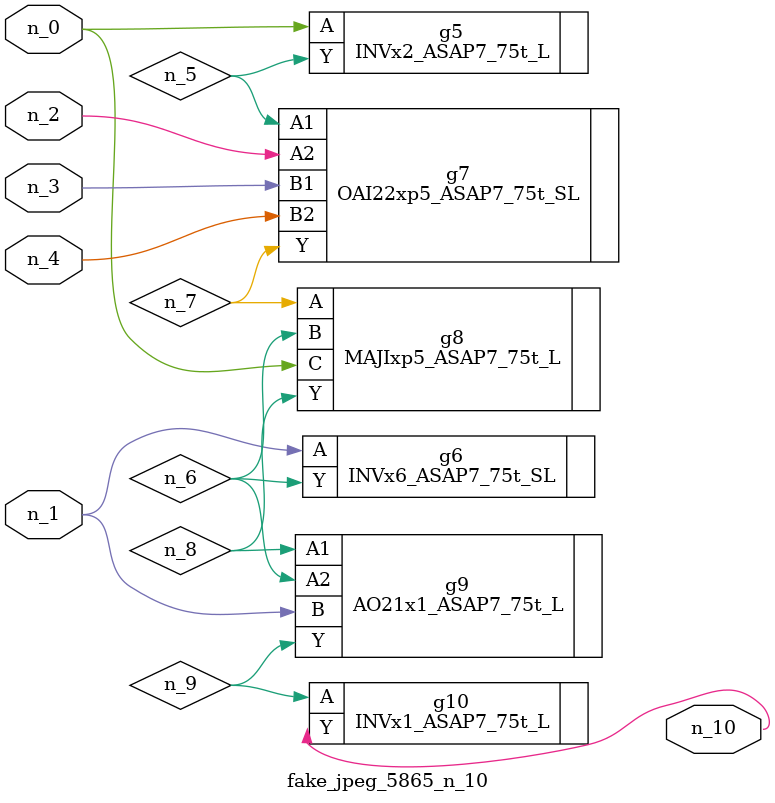
<source format=v>
module fake_jpeg_5865_n_10 (n_3, n_2, n_1, n_0, n_4, n_10);

input n_3;
input n_2;
input n_1;
input n_0;
input n_4;

output n_10;

wire n_8;
wire n_9;
wire n_6;
wire n_5;
wire n_7;

INVx2_ASAP7_75t_L g5 ( 
.A(n_0),
.Y(n_5)
);

INVx6_ASAP7_75t_SL g6 ( 
.A(n_1),
.Y(n_6)
);

OAI22xp5_ASAP7_75t_SL g7 ( 
.A1(n_5),
.A2(n_2),
.B1(n_3),
.B2(n_4),
.Y(n_7)
);

MAJIxp5_ASAP7_75t_L g8 ( 
.A(n_7),
.B(n_6),
.C(n_0),
.Y(n_8)
);

AO21x1_ASAP7_75t_L g9 ( 
.A1(n_8),
.A2(n_6),
.B(n_1),
.Y(n_9)
);

INVx1_ASAP7_75t_L g10 ( 
.A(n_9),
.Y(n_10)
);


endmodule
</source>
